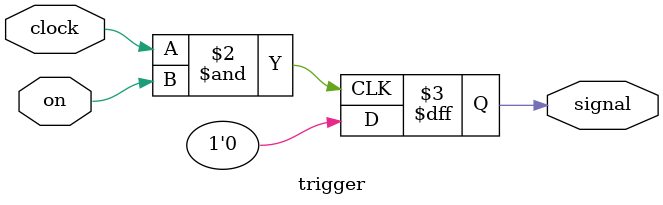
<source format=v>
/*
	Guia_0901.v
	842536 - Mateus Henrique Medeiros Diniz
*/

module Guia_0901;
	wire clock;
	
	clock clk ( clock );
	
	reg p;
	wire p1,t1;
	
	pulse pulse1 ( p1, clock );
	trigger trigger1 ( t1, p, clock );
	
	initial begin
		p = 1'b0;
	end
	
	initial begin
		$dumpfile ( "Guia_0901.vcd" );
		$dumpvars ( 1, clock, p1, p, t1 );
		#060 p = 1'b1;
		#120 p = 1'b0;
		#180 p = 1'b1;
		#240 p = 1'b0;
		#300 p = 1'b1;
		#360 p = 1'b0;
		#376 $finish;
	end
endmodule

module clock ( output clk );
	reg clk;
	initial
	begin
		clk = 1'b0;
	end
	
	always
	begin
		#12 clk = ~clk;
	end
endmodule

module pulse ( signal, clock );
	input clock;
	output signal;
	reg signal;
	
	always @ ( clock )
	begin
		signal = 1'b1;
		#3 signal = 1'b0;
		#3 signal = 1'b1;
		#3 signal = 1'b0;
	end
endmodule

module trigger ( signal, on, clock );
	input on, clock;
	output signal;
	reg signal;
	
	always @ ( posedge clock & on )
	begin
		#60 signal = 1'b1;
		#60 signal = 1'b0;
	end
endmodule
</source>
